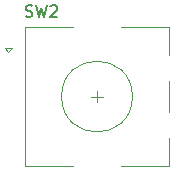
<source format=gto>
G04 #@! TF.GenerationSoftware,KiCad,Pcbnew,(5.1.5)-3*
G04 #@! TF.CreationDate,2020-06-06T22:21:36-05:00*
G04 #@! TF.ProjectId,MacroPad,4d616372-6f50-4616-942e-6b696361645f,rev?*
G04 #@! TF.SameCoordinates,Original*
G04 #@! TF.FileFunction,Legend,Top*
G04 #@! TF.FilePolarity,Positive*
%FSLAX46Y46*%
G04 Gerber Fmt 4.6, Leading zero omitted, Abs format (unit mm)*
G04 Created by KiCad (PCBNEW (5.1.5)-3) date 2020-06-06 22:21:36*
%MOMM*%
%LPD*%
G04 APERTURE LIST*
%ADD10C,0.120000*%
%ADD11C,0.150000*%
%ADD12R,2.102000X2.102000*%
%ADD13C,2.102000*%
%ADD14R,3.302000X2.102000*%
%ADD15O,2.802000X1.802000*%
%ADD16C,1.852000*%
%ADD17C,4.089800*%
G04 APERTURE END LIST*
D10*
X118450000Y-97750000D02*
G75*
G03X118450000Y-97750000I-3000000J0D01*
G01*
X117450000Y-91850000D02*
X121550000Y-91850000D01*
X121550000Y-103650000D02*
X117450000Y-103650000D01*
X113450000Y-103650000D02*
X109350000Y-103650000D01*
X113450000Y-91850000D02*
X109350000Y-91850000D01*
X109350000Y-91850000D02*
X109350000Y-103650000D01*
X107950000Y-93950000D02*
X107650000Y-93650000D01*
X107650000Y-93650000D02*
X108250000Y-93650000D01*
X108250000Y-93650000D02*
X107950000Y-93950000D01*
X121550000Y-91850000D02*
X121550000Y-94250000D01*
X121550000Y-96450000D02*
X121550000Y-99050000D01*
X121550000Y-101250000D02*
X121550000Y-103650000D01*
X115450000Y-97250000D02*
X115450000Y-98250000D01*
X114950000Y-97750000D02*
X115950000Y-97750000D01*
D11*
X109416666Y-90954761D02*
X109559523Y-91002380D01*
X109797619Y-91002380D01*
X109892857Y-90954761D01*
X109940476Y-90907142D01*
X109988095Y-90811904D01*
X109988095Y-90716666D01*
X109940476Y-90621428D01*
X109892857Y-90573809D01*
X109797619Y-90526190D01*
X109607142Y-90478571D01*
X109511904Y-90430952D01*
X109464285Y-90383333D01*
X109416666Y-90288095D01*
X109416666Y-90192857D01*
X109464285Y-90097619D01*
X109511904Y-90050000D01*
X109607142Y-90002380D01*
X109845238Y-90002380D01*
X109988095Y-90050000D01*
X110321428Y-90002380D02*
X110559523Y-91002380D01*
X110750000Y-90288095D01*
X110940476Y-91002380D01*
X111178571Y-90002380D01*
X111511904Y-90097619D02*
X111559523Y-90050000D01*
X111654761Y-90002380D01*
X111892857Y-90002380D01*
X111988095Y-90050000D01*
X112035714Y-90097619D01*
X112083333Y-90192857D01*
X112083333Y-90288095D01*
X112035714Y-90430952D01*
X111464285Y-91002380D01*
X112083333Y-91002380D01*
%LPC*%
D12*
X107950000Y-95250000D03*
D13*
X107950000Y-97750000D03*
X107950000Y-100250000D03*
D14*
X115450000Y-92150000D03*
X115450000Y-103350000D03*
D13*
X122450000Y-95250000D03*
X122450000Y-100250000D03*
D15*
X209550000Y-89218750D03*
X209550000Y-96518750D03*
X205050000Y-96518750D03*
X205050000Y-89218750D03*
D16*
X196373750Y-97631250D03*
X186213750Y-97631250D03*
D17*
X191293750Y-97631250D03*
D16*
X177323750Y-97631250D03*
X167163750Y-97631250D03*
D17*
X172243750Y-97631250D03*
D16*
X158273750Y-97631250D03*
X148113750Y-97631250D03*
D17*
X153193750Y-97631250D03*
D16*
X139223750Y-97631250D03*
X129063750Y-97631250D03*
D17*
X134143750Y-97631250D03*
M02*

</source>
